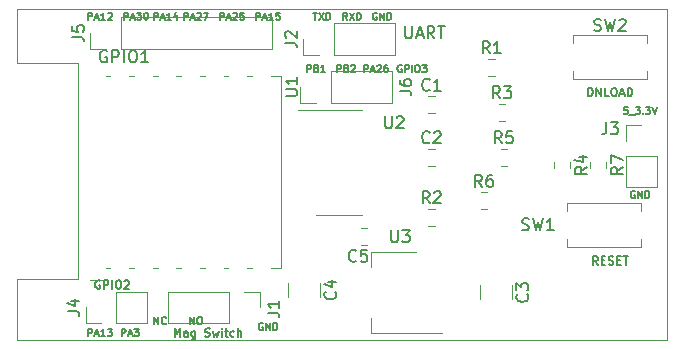
<source format=gbr>
%TF.GenerationSoftware,KiCad,Pcbnew,(5.1.5)-3*%
%TF.CreationDate,2021-02-11T17:51:16-06:00*%
%TF.ProjectId,RTL8720DN multi function board,52544c38-3732-4304-944e-206d756c7469,rev?*%
%TF.SameCoordinates,Original*%
%TF.FileFunction,Legend,Top*%
%TF.FilePolarity,Positive*%
%FSLAX46Y46*%
G04 Gerber Fmt 4.6, Leading zero omitted, Abs format (unit mm)*
G04 Created by KiCad (PCBNEW (5.1.5)-3) date 2021-02-11 17:51:16*
%MOMM*%
%LPD*%
G04 APERTURE LIST*
%ADD10C,0.150000*%
%ADD11C,0.120000*%
G04 APERTURE END LIST*
D10*
X144810285Y-91203428D02*
X144810285Y-90603428D01*
X145038857Y-90603428D01*
X145096000Y-90632000D01*
X145124571Y-90660571D01*
X145153142Y-90717714D01*
X145153142Y-90803428D01*
X145124571Y-90860571D01*
X145096000Y-90889142D01*
X145038857Y-90917714D01*
X144810285Y-90917714D01*
X145381714Y-91032000D02*
X145667428Y-91032000D01*
X145324571Y-91203428D02*
X145524571Y-90603428D01*
X145724571Y-91203428D01*
X145896000Y-90660571D02*
X145924571Y-90632000D01*
X145981714Y-90603428D01*
X146124571Y-90603428D01*
X146181714Y-90632000D01*
X146210285Y-90660571D01*
X146238857Y-90717714D01*
X146238857Y-90774857D01*
X146210285Y-90860571D01*
X145867428Y-91203428D01*
X146238857Y-91203428D01*
X146753142Y-90603428D02*
X146638857Y-90603428D01*
X146581714Y-90632000D01*
X146553142Y-90660571D01*
X146496000Y-90746285D01*
X146467428Y-90860571D01*
X146467428Y-91089142D01*
X146496000Y-91146285D01*
X146524571Y-91174857D01*
X146581714Y-91203428D01*
X146696000Y-91203428D01*
X146753142Y-91174857D01*
X146781714Y-91146285D01*
X146810285Y-91089142D01*
X146810285Y-90946285D01*
X146781714Y-90889142D01*
X146753142Y-90860571D01*
X146696000Y-90832000D01*
X146581714Y-90832000D01*
X146524571Y-90860571D01*
X146496000Y-90889142D01*
X146467428Y-90946285D01*
X142513142Y-91203428D02*
X142513142Y-90603428D01*
X142741714Y-90603428D01*
X142798857Y-90632000D01*
X142827428Y-90660571D01*
X142856000Y-90717714D01*
X142856000Y-90803428D01*
X142827428Y-90860571D01*
X142798857Y-90889142D01*
X142741714Y-90917714D01*
X142513142Y-90917714D01*
X143313142Y-90889142D02*
X143398857Y-90917714D01*
X143427428Y-90946285D01*
X143456000Y-91003428D01*
X143456000Y-91089142D01*
X143427428Y-91146285D01*
X143398857Y-91174857D01*
X143341714Y-91203428D01*
X143113142Y-91203428D01*
X143113142Y-90603428D01*
X143313142Y-90603428D01*
X143370285Y-90632000D01*
X143398857Y-90660571D01*
X143427428Y-90717714D01*
X143427428Y-90774857D01*
X143398857Y-90832000D01*
X143370285Y-90860571D01*
X143313142Y-90889142D01*
X143113142Y-90889142D01*
X143684571Y-90660571D02*
X143713142Y-90632000D01*
X143770285Y-90603428D01*
X143913142Y-90603428D01*
X143970285Y-90632000D01*
X143998857Y-90660571D01*
X144027428Y-90717714D01*
X144027428Y-90774857D01*
X143998857Y-90860571D01*
X143656000Y-91203428D01*
X144027428Y-91203428D01*
X139973142Y-91203428D02*
X139973142Y-90603428D01*
X140201714Y-90603428D01*
X140258857Y-90632000D01*
X140287428Y-90660571D01*
X140316000Y-90717714D01*
X140316000Y-90803428D01*
X140287428Y-90860571D01*
X140258857Y-90889142D01*
X140201714Y-90917714D01*
X139973142Y-90917714D01*
X140773142Y-90889142D02*
X140858857Y-90917714D01*
X140887428Y-90946285D01*
X140916000Y-91003428D01*
X140916000Y-91089142D01*
X140887428Y-91146285D01*
X140858857Y-91174857D01*
X140801714Y-91203428D01*
X140573142Y-91203428D01*
X140573142Y-90603428D01*
X140773142Y-90603428D01*
X140830285Y-90632000D01*
X140858857Y-90660571D01*
X140887428Y-90717714D01*
X140887428Y-90774857D01*
X140858857Y-90832000D01*
X140830285Y-90860571D01*
X140773142Y-90889142D01*
X140573142Y-90889142D01*
X141487428Y-91203428D02*
X141144571Y-91203428D01*
X141316000Y-91203428D02*
X141316000Y-90603428D01*
X141258857Y-90689142D01*
X141201714Y-90746285D01*
X141144571Y-90774857D01*
D11*
X120550000Y-90420000D02*
X120550000Y-108712000D01*
X120550000Y-108712000D02*
X115400000Y-108712000D01*
X115400000Y-90420000D02*
X120550000Y-90420000D01*
X115400000Y-108712000D02*
X115400000Y-113885000D01*
D10*
X124268000Y-113555428D02*
X124268000Y-112955428D01*
X124496571Y-112955428D01*
X124553714Y-112984000D01*
X124582285Y-113012571D01*
X124610857Y-113069714D01*
X124610857Y-113155428D01*
X124582285Y-113212571D01*
X124553714Y-113241142D01*
X124496571Y-113269714D01*
X124268000Y-113269714D01*
X124839428Y-113384000D02*
X125125142Y-113384000D01*
X124782285Y-113555428D02*
X124982285Y-112955428D01*
X125182285Y-113555428D01*
X125325142Y-112955428D02*
X125696571Y-112955428D01*
X125496571Y-113184000D01*
X125582285Y-113184000D01*
X125639428Y-113212571D01*
X125668000Y-113241142D01*
X125696571Y-113298285D01*
X125696571Y-113441142D01*
X125668000Y-113498285D01*
X125639428Y-113526857D01*
X125582285Y-113555428D01*
X125410857Y-113555428D01*
X125353714Y-113526857D01*
X125325142Y-113498285D01*
X121442285Y-113555428D02*
X121442285Y-112955428D01*
X121670857Y-112955428D01*
X121728000Y-112984000D01*
X121756571Y-113012571D01*
X121785142Y-113069714D01*
X121785142Y-113155428D01*
X121756571Y-113212571D01*
X121728000Y-113241142D01*
X121670857Y-113269714D01*
X121442285Y-113269714D01*
X122013714Y-113384000D02*
X122299428Y-113384000D01*
X121956571Y-113555428D02*
X122156571Y-112955428D01*
X122356571Y-113555428D01*
X122870857Y-113555428D02*
X122528000Y-113555428D01*
X122699428Y-113555428D02*
X122699428Y-112955428D01*
X122642285Y-113041142D01*
X122585142Y-113098285D01*
X122528000Y-113126857D01*
X123070857Y-112955428D02*
X123442285Y-112955428D01*
X123242285Y-113184000D01*
X123328000Y-113184000D01*
X123385142Y-113212571D01*
X123413714Y-113241142D01*
X123442285Y-113298285D01*
X123442285Y-113441142D01*
X123413714Y-113498285D01*
X123385142Y-113526857D01*
X123328000Y-113555428D01*
X123156571Y-113555428D01*
X123099428Y-113526857D01*
X123070857Y-113498285D01*
X130070285Y-112539428D02*
X130070285Y-111939428D01*
X130413142Y-112539428D01*
X130413142Y-111939428D01*
X130813142Y-111939428D02*
X130927428Y-111939428D01*
X130984571Y-111968000D01*
X131041714Y-112025142D01*
X131070285Y-112139428D01*
X131070285Y-112339428D01*
X131041714Y-112453714D01*
X130984571Y-112510857D01*
X130927428Y-112539428D01*
X130813142Y-112539428D01*
X130756000Y-112510857D01*
X130698857Y-112453714D01*
X130670285Y-112339428D01*
X130670285Y-112139428D01*
X130698857Y-112025142D01*
X130756000Y-111968000D01*
X130813142Y-111939428D01*
X127036571Y-112539428D02*
X127036571Y-111939428D01*
X127379428Y-112539428D01*
X127379428Y-111939428D01*
X128008000Y-112482285D02*
X127979428Y-112510857D01*
X127893714Y-112539428D01*
X127836571Y-112539428D01*
X127750857Y-112510857D01*
X127693714Y-112453714D01*
X127665142Y-112396571D01*
X127636571Y-112282285D01*
X127636571Y-112196571D01*
X127665142Y-112082285D01*
X127693714Y-112025142D01*
X127750857Y-111968000D01*
X127836571Y-111939428D01*
X127893714Y-111939428D01*
X127979428Y-111968000D01*
X128008000Y-111996571D01*
X136194857Y-112476000D02*
X136137714Y-112447428D01*
X136052000Y-112447428D01*
X135966285Y-112476000D01*
X135909142Y-112533142D01*
X135880571Y-112590285D01*
X135852000Y-112704571D01*
X135852000Y-112790285D01*
X135880571Y-112904571D01*
X135909142Y-112961714D01*
X135966285Y-113018857D01*
X136052000Y-113047428D01*
X136109142Y-113047428D01*
X136194857Y-113018857D01*
X136223428Y-112990285D01*
X136223428Y-112790285D01*
X136109142Y-112790285D01*
X136480571Y-113047428D02*
X136480571Y-112447428D01*
X136823428Y-113047428D01*
X136823428Y-112447428D01*
X137109142Y-113047428D02*
X137109142Y-112447428D01*
X137252000Y-112447428D01*
X137337714Y-112476000D01*
X137394857Y-112533142D01*
X137423428Y-112590285D01*
X137452000Y-112704571D01*
X137452000Y-112790285D01*
X137423428Y-112904571D01*
X137394857Y-112961714D01*
X137337714Y-113018857D01*
X137252000Y-113047428D01*
X137109142Y-113047428D01*
X167090857Y-94159428D02*
X166805142Y-94159428D01*
X166776571Y-94445142D01*
X166805142Y-94416571D01*
X166862285Y-94388000D01*
X167005142Y-94388000D01*
X167062285Y-94416571D01*
X167090857Y-94445142D01*
X167119428Y-94502285D01*
X167119428Y-94645142D01*
X167090857Y-94702285D01*
X167062285Y-94730857D01*
X167005142Y-94759428D01*
X166862285Y-94759428D01*
X166805142Y-94730857D01*
X166776571Y-94702285D01*
X167233714Y-94816571D02*
X167690857Y-94816571D01*
X167776571Y-94159428D02*
X168148000Y-94159428D01*
X167948000Y-94388000D01*
X168033714Y-94388000D01*
X168090857Y-94416571D01*
X168119428Y-94445142D01*
X168148000Y-94502285D01*
X168148000Y-94645142D01*
X168119428Y-94702285D01*
X168090857Y-94730857D01*
X168033714Y-94759428D01*
X167862285Y-94759428D01*
X167805142Y-94730857D01*
X167776571Y-94702285D01*
X168405142Y-94702285D02*
X168433714Y-94730857D01*
X168405142Y-94759428D01*
X168376571Y-94730857D01*
X168405142Y-94702285D01*
X168405142Y-94759428D01*
X168633714Y-94159428D02*
X169005142Y-94159428D01*
X168805142Y-94388000D01*
X168890857Y-94388000D01*
X168948000Y-94416571D01*
X168976571Y-94445142D01*
X169005142Y-94502285D01*
X169005142Y-94645142D01*
X168976571Y-94702285D01*
X168948000Y-94730857D01*
X168890857Y-94759428D01*
X168719428Y-94759428D01*
X168662285Y-94730857D01*
X168633714Y-94702285D01*
X169176571Y-94159428D02*
X169376571Y-94759428D01*
X169576571Y-94159428D01*
X167690857Y-101300000D02*
X167633714Y-101271428D01*
X167548000Y-101271428D01*
X167462285Y-101300000D01*
X167405142Y-101357142D01*
X167376571Y-101414285D01*
X167348000Y-101528571D01*
X167348000Y-101614285D01*
X167376571Y-101728571D01*
X167405142Y-101785714D01*
X167462285Y-101842857D01*
X167548000Y-101871428D01*
X167605142Y-101871428D01*
X167690857Y-101842857D01*
X167719428Y-101814285D01*
X167719428Y-101614285D01*
X167605142Y-101614285D01*
X167976571Y-101871428D02*
X167976571Y-101271428D01*
X168319428Y-101871428D01*
X168319428Y-101271428D01*
X168605142Y-101871428D02*
X168605142Y-101271428D01*
X168748000Y-101271428D01*
X168833714Y-101300000D01*
X168890857Y-101357142D01*
X168919428Y-101414285D01*
X168948000Y-101528571D01*
X168948000Y-101614285D01*
X168919428Y-101728571D01*
X168890857Y-101785714D01*
X168833714Y-101842857D01*
X168748000Y-101871428D01*
X168605142Y-101871428D01*
X145846857Y-86200000D02*
X145789714Y-86171428D01*
X145704000Y-86171428D01*
X145618285Y-86200000D01*
X145561142Y-86257142D01*
X145532571Y-86314285D01*
X145504000Y-86428571D01*
X145504000Y-86514285D01*
X145532571Y-86628571D01*
X145561142Y-86685714D01*
X145618285Y-86742857D01*
X145704000Y-86771428D01*
X145761142Y-86771428D01*
X145846857Y-86742857D01*
X145875428Y-86714285D01*
X145875428Y-86514285D01*
X145761142Y-86514285D01*
X146132571Y-86771428D02*
X146132571Y-86171428D01*
X146475428Y-86771428D01*
X146475428Y-86171428D01*
X146761142Y-86771428D02*
X146761142Y-86171428D01*
X146904000Y-86171428D01*
X146989714Y-86200000D01*
X147046857Y-86257142D01*
X147075428Y-86314285D01*
X147104000Y-86428571D01*
X147104000Y-86514285D01*
X147075428Y-86628571D01*
X147046857Y-86685714D01*
X146989714Y-86742857D01*
X146904000Y-86771428D01*
X146761142Y-86771428D01*
X143364000Y-86771428D02*
X143164000Y-86485714D01*
X143021142Y-86771428D02*
X143021142Y-86171428D01*
X143249714Y-86171428D01*
X143306857Y-86200000D01*
X143335428Y-86228571D01*
X143364000Y-86285714D01*
X143364000Y-86371428D01*
X143335428Y-86428571D01*
X143306857Y-86457142D01*
X143249714Y-86485714D01*
X143021142Y-86485714D01*
X143564000Y-86171428D02*
X143964000Y-86771428D01*
X143964000Y-86171428D02*
X143564000Y-86771428D01*
X144192571Y-86771428D02*
X144192571Y-86171428D01*
X144335428Y-86171428D01*
X144421142Y-86200000D01*
X144478285Y-86257142D01*
X144506857Y-86314285D01*
X144535428Y-86428571D01*
X144535428Y-86514285D01*
X144506857Y-86628571D01*
X144478285Y-86685714D01*
X144421142Y-86742857D01*
X144335428Y-86771428D01*
X144192571Y-86771428D01*
X140466857Y-86171428D02*
X140809714Y-86171428D01*
X140638285Y-86771428D02*
X140638285Y-86171428D01*
X140952571Y-86171428D02*
X141352571Y-86771428D01*
X141352571Y-86171428D02*
X140952571Y-86771428D01*
X141581142Y-86771428D02*
X141581142Y-86171428D01*
X141724000Y-86171428D01*
X141809714Y-86200000D01*
X141866857Y-86257142D01*
X141895428Y-86314285D01*
X141924000Y-86428571D01*
X141924000Y-86514285D01*
X141895428Y-86628571D01*
X141866857Y-86685714D01*
X141809714Y-86742857D01*
X141724000Y-86771428D01*
X141581142Y-86771428D01*
X135666285Y-86771428D02*
X135666285Y-86171428D01*
X135894857Y-86171428D01*
X135952000Y-86200000D01*
X135980571Y-86228571D01*
X136009142Y-86285714D01*
X136009142Y-86371428D01*
X135980571Y-86428571D01*
X135952000Y-86457142D01*
X135894857Y-86485714D01*
X135666285Y-86485714D01*
X136237714Y-86600000D02*
X136523428Y-86600000D01*
X136180571Y-86771428D02*
X136380571Y-86171428D01*
X136580571Y-86771428D01*
X137094857Y-86771428D02*
X136752000Y-86771428D01*
X136923428Y-86771428D02*
X136923428Y-86171428D01*
X136866285Y-86257142D01*
X136809142Y-86314285D01*
X136752000Y-86342857D01*
X137637714Y-86171428D02*
X137352000Y-86171428D01*
X137323428Y-86457142D01*
X137352000Y-86428571D01*
X137409142Y-86400000D01*
X137552000Y-86400000D01*
X137609142Y-86428571D01*
X137637714Y-86457142D01*
X137666285Y-86514285D01*
X137666285Y-86657142D01*
X137637714Y-86714285D01*
X137609142Y-86742857D01*
X137552000Y-86771428D01*
X137409142Y-86771428D01*
X137352000Y-86742857D01*
X137323428Y-86714285D01*
X132618285Y-86771428D02*
X132618285Y-86171428D01*
X132846857Y-86171428D01*
X132904000Y-86200000D01*
X132932571Y-86228571D01*
X132961142Y-86285714D01*
X132961142Y-86371428D01*
X132932571Y-86428571D01*
X132904000Y-86457142D01*
X132846857Y-86485714D01*
X132618285Y-86485714D01*
X133189714Y-86600000D02*
X133475428Y-86600000D01*
X133132571Y-86771428D02*
X133332571Y-86171428D01*
X133532571Y-86771428D01*
X133704000Y-86228571D02*
X133732571Y-86200000D01*
X133789714Y-86171428D01*
X133932571Y-86171428D01*
X133989714Y-86200000D01*
X134018285Y-86228571D01*
X134046857Y-86285714D01*
X134046857Y-86342857D01*
X134018285Y-86428571D01*
X133675428Y-86771428D01*
X134046857Y-86771428D01*
X134589714Y-86171428D02*
X134304000Y-86171428D01*
X134275428Y-86457142D01*
X134304000Y-86428571D01*
X134361142Y-86400000D01*
X134504000Y-86400000D01*
X134561142Y-86428571D01*
X134589714Y-86457142D01*
X134618285Y-86514285D01*
X134618285Y-86657142D01*
X134589714Y-86714285D01*
X134561142Y-86742857D01*
X134504000Y-86771428D01*
X134361142Y-86771428D01*
X134304000Y-86742857D01*
X134275428Y-86714285D01*
X129570285Y-86771428D02*
X129570285Y-86171428D01*
X129798857Y-86171428D01*
X129856000Y-86200000D01*
X129884571Y-86228571D01*
X129913142Y-86285714D01*
X129913142Y-86371428D01*
X129884571Y-86428571D01*
X129856000Y-86457142D01*
X129798857Y-86485714D01*
X129570285Y-86485714D01*
X130141714Y-86600000D02*
X130427428Y-86600000D01*
X130084571Y-86771428D02*
X130284571Y-86171428D01*
X130484571Y-86771428D01*
X130656000Y-86228571D02*
X130684571Y-86200000D01*
X130741714Y-86171428D01*
X130884571Y-86171428D01*
X130941714Y-86200000D01*
X130970285Y-86228571D01*
X130998857Y-86285714D01*
X130998857Y-86342857D01*
X130970285Y-86428571D01*
X130627428Y-86771428D01*
X130998857Y-86771428D01*
X131198857Y-86171428D02*
X131598857Y-86171428D01*
X131341714Y-86771428D01*
X127030285Y-86771428D02*
X127030285Y-86171428D01*
X127258857Y-86171428D01*
X127316000Y-86200000D01*
X127344571Y-86228571D01*
X127373142Y-86285714D01*
X127373142Y-86371428D01*
X127344571Y-86428571D01*
X127316000Y-86457142D01*
X127258857Y-86485714D01*
X127030285Y-86485714D01*
X127601714Y-86600000D02*
X127887428Y-86600000D01*
X127544571Y-86771428D02*
X127744571Y-86171428D01*
X127944571Y-86771428D01*
X128458857Y-86771428D02*
X128116000Y-86771428D01*
X128287428Y-86771428D02*
X128287428Y-86171428D01*
X128230285Y-86257142D01*
X128173142Y-86314285D01*
X128116000Y-86342857D01*
X128973142Y-86371428D02*
X128973142Y-86771428D01*
X128830285Y-86142857D02*
X128687428Y-86571428D01*
X129058857Y-86571428D01*
X124490285Y-86771428D02*
X124490285Y-86171428D01*
X124718857Y-86171428D01*
X124776000Y-86200000D01*
X124804571Y-86228571D01*
X124833142Y-86285714D01*
X124833142Y-86371428D01*
X124804571Y-86428571D01*
X124776000Y-86457142D01*
X124718857Y-86485714D01*
X124490285Y-86485714D01*
X125061714Y-86600000D02*
X125347428Y-86600000D01*
X125004571Y-86771428D02*
X125204571Y-86171428D01*
X125404571Y-86771428D01*
X125547428Y-86171428D02*
X125918857Y-86171428D01*
X125718857Y-86400000D01*
X125804571Y-86400000D01*
X125861714Y-86428571D01*
X125890285Y-86457142D01*
X125918857Y-86514285D01*
X125918857Y-86657142D01*
X125890285Y-86714285D01*
X125861714Y-86742857D01*
X125804571Y-86771428D01*
X125633142Y-86771428D01*
X125576000Y-86742857D01*
X125547428Y-86714285D01*
X126290285Y-86171428D02*
X126347428Y-86171428D01*
X126404571Y-86200000D01*
X126433142Y-86228571D01*
X126461714Y-86285714D01*
X126490285Y-86400000D01*
X126490285Y-86542857D01*
X126461714Y-86657142D01*
X126433142Y-86714285D01*
X126404571Y-86742857D01*
X126347428Y-86771428D01*
X126290285Y-86771428D01*
X126233142Y-86742857D01*
X126204571Y-86714285D01*
X126176000Y-86657142D01*
X126147428Y-86542857D01*
X126147428Y-86400000D01*
X126176000Y-86285714D01*
X126204571Y-86228571D01*
X126233142Y-86200000D01*
X126290285Y-86171428D01*
X121442285Y-86771428D02*
X121442285Y-86171428D01*
X121670857Y-86171428D01*
X121728000Y-86200000D01*
X121756571Y-86228571D01*
X121785142Y-86285714D01*
X121785142Y-86371428D01*
X121756571Y-86428571D01*
X121728000Y-86457142D01*
X121670857Y-86485714D01*
X121442285Y-86485714D01*
X122013714Y-86600000D02*
X122299428Y-86600000D01*
X121956571Y-86771428D02*
X122156571Y-86171428D01*
X122356571Y-86771428D01*
X122870857Y-86771428D02*
X122528000Y-86771428D01*
X122699428Y-86771428D02*
X122699428Y-86171428D01*
X122642285Y-86257142D01*
X122585142Y-86314285D01*
X122528000Y-86342857D01*
X123099428Y-86228571D02*
X123128000Y-86200000D01*
X123185142Y-86171428D01*
X123328000Y-86171428D01*
X123385142Y-86200000D01*
X123413714Y-86228571D01*
X123442285Y-86285714D01*
X123442285Y-86342857D01*
X123413714Y-86428571D01*
X123070857Y-86771428D01*
X123442285Y-86771428D01*
D11*
X170400000Y-113885000D02*
X170400000Y-85885000D01*
X115400000Y-113885000D02*
X170400000Y-113885000D01*
X115400000Y-85885000D02*
X115400000Y-90420000D01*
X170400000Y-85885000D02*
X115400000Y-85885000D01*
X139386000Y-93786000D02*
X139386000Y-92456000D01*
X140716000Y-93786000D02*
X139386000Y-93786000D01*
X141986000Y-93786000D02*
X141986000Y-91126000D01*
X141986000Y-91126000D02*
X147126000Y-91126000D01*
X141986000Y-93786000D02*
X147126000Y-93786000D01*
X147126000Y-93786000D02*
X147126000Y-91126000D01*
X162508000Y-91766000D02*
X168708000Y-91766000D01*
X168708000Y-88066000D02*
X162508000Y-88066000D01*
X162508000Y-88066000D02*
X162508000Y-88716000D01*
X162508000Y-91116000D02*
X162508000Y-91766000D01*
X168708000Y-91766000D02*
X168708000Y-91116000D01*
X168708000Y-88066000D02*
X168708000Y-88716000D01*
X168200000Y-102290000D02*
X162000000Y-102290000D01*
X162000000Y-105990000D02*
X168200000Y-105990000D01*
X168200000Y-105990000D02*
X168200000Y-105340000D01*
X168200000Y-102940000D02*
X168200000Y-102290000D01*
X162000000Y-102290000D02*
X162000000Y-102940000D01*
X162000000Y-105990000D02*
X162000000Y-105340000D01*
X145041252Y-104446000D02*
X144518748Y-104446000D01*
X145041252Y-105866000D02*
X144518748Y-105866000D01*
X160834000Y-98798748D02*
X160834000Y-99321252D01*
X162254000Y-98798748D02*
X162254000Y-99321252D01*
X151420000Y-113265000D02*
X145410000Y-113265000D01*
X149170000Y-106445000D02*
X145410000Y-106445000D01*
X145410000Y-113265000D02*
X145410000Y-112005000D01*
X145410000Y-106445000D02*
X145410000Y-107705000D01*
X136900000Y-91575000D02*
X137720000Y-91575000D01*
X137720000Y-91575000D02*
X137720000Y-107815000D01*
X137720000Y-107815000D02*
X136900000Y-107815000D01*
X121600000Y-108845000D02*
X122600000Y-108845000D01*
X135300000Y-107815000D02*
X134900000Y-107815000D01*
X135300000Y-91575000D02*
X134900000Y-91575000D01*
X133300000Y-107815000D02*
X132900000Y-107815000D01*
X133300000Y-91575000D02*
X132900000Y-91575000D01*
X131300000Y-107815000D02*
X130900000Y-107815000D01*
X131300000Y-91575000D02*
X130900000Y-91575000D01*
X129300000Y-107815000D02*
X128900000Y-107815000D01*
X129300000Y-91575000D02*
X128900000Y-91575000D01*
X127300000Y-107815000D02*
X126900000Y-107815000D01*
X127300000Y-91575000D02*
X126900000Y-91575000D01*
X125300000Y-107815000D02*
X124900000Y-107815000D01*
X125300000Y-91575000D02*
X124900000Y-91575000D01*
X123300000Y-107815000D02*
X122900000Y-107815000D01*
X123300000Y-91575000D02*
X122900000Y-91575000D01*
X121606000Y-89214000D02*
X121606000Y-87884000D01*
X122936000Y-89214000D02*
X121606000Y-89214000D01*
X124206000Y-89214000D02*
X124206000Y-86554000D01*
X124206000Y-86554000D02*
X136966000Y-86554000D01*
X124206000Y-89214000D02*
X136966000Y-89214000D01*
X136966000Y-89214000D02*
X136966000Y-86554000D01*
X121225000Y-112455000D02*
X121225000Y-111125000D01*
X122555000Y-112455000D02*
X121225000Y-112455000D01*
X123825000Y-112455000D02*
X123825000Y-109795000D01*
X123825000Y-109795000D02*
X126425000Y-109795000D01*
X123825000Y-112455000D02*
X126425000Y-112455000D01*
X126425000Y-112455000D02*
X126425000Y-109795000D01*
X163882000Y-98807748D02*
X163882000Y-99330252D01*
X165302000Y-98807748D02*
X165302000Y-99330252D01*
X166945000Y-95698000D02*
X168275000Y-95698000D01*
X166945000Y-97028000D02*
X166945000Y-95698000D01*
X166945000Y-98298000D02*
X169605000Y-98298000D01*
X169605000Y-98298000D02*
X169605000Y-100898000D01*
X166945000Y-98298000D02*
X166945000Y-100898000D01*
X166945000Y-100898000D02*
X169605000Y-100898000D01*
X139640000Y-89722000D02*
X139640000Y-88392000D01*
X140970000Y-89722000D02*
X139640000Y-89722000D01*
X142240000Y-89722000D02*
X142240000Y-87062000D01*
X142240000Y-87062000D02*
X147380000Y-87062000D01*
X142240000Y-89722000D02*
X147380000Y-89722000D01*
X147380000Y-89722000D02*
X147380000Y-87062000D01*
X138340000Y-109035436D02*
X138340000Y-110239564D01*
X141060000Y-109035436D02*
X141060000Y-110239564D01*
X154596000Y-109252936D02*
X154596000Y-110457064D01*
X157316000Y-109252936D02*
X157316000Y-110457064D01*
X155313748Y-91515000D02*
X155836252Y-91515000D01*
X155313748Y-90095000D02*
X155836252Y-90095000D01*
X135950000Y-109795000D02*
X135950000Y-111125000D01*
X134620000Y-109795000D02*
X135950000Y-109795000D01*
X133350000Y-109795000D02*
X133350000Y-112455000D01*
X133350000Y-112455000D02*
X128210000Y-112455000D01*
X133350000Y-109795000D02*
X128210000Y-109795000D01*
X128210000Y-109795000D02*
X128210000Y-112455000D01*
X142625000Y-94445000D02*
X139175000Y-94445000D01*
X142625000Y-94445000D02*
X144575000Y-94445000D01*
X142625000Y-103315000D02*
X140675000Y-103315000D01*
X142625000Y-103315000D02*
X144575000Y-103315000D01*
X154669748Y-102818000D02*
X155192252Y-102818000D01*
X154669748Y-101398000D02*
X155192252Y-101398000D01*
X156338748Y-99135000D02*
X156861252Y-99135000D01*
X156338748Y-97715000D02*
X156861252Y-97715000D01*
X150233748Y-104215000D02*
X150756252Y-104215000D01*
X150233748Y-102795000D02*
X150756252Y-102795000D01*
X156193748Y-95325000D02*
X156716252Y-95325000D01*
X156193748Y-93905000D02*
X156716252Y-93905000D01*
X150233748Y-99135000D02*
X150756252Y-99135000D01*
X150233748Y-97715000D02*
X150756252Y-97715000D01*
X150233748Y-94690000D02*
X150756252Y-94690000D01*
X150233748Y-93270000D02*
X150756252Y-93270000D01*
D10*
X147788380Y-92789333D02*
X148502666Y-92789333D01*
X148645523Y-92836952D01*
X148740761Y-92932190D01*
X148788380Y-93075047D01*
X148788380Y-93170285D01*
X147788380Y-91884571D02*
X147788380Y-92075047D01*
X147836000Y-92170285D01*
X147883619Y-92217904D01*
X148026476Y-92313142D01*
X148216952Y-92360761D01*
X148597904Y-92360761D01*
X148693142Y-92313142D01*
X148740761Y-92265523D01*
X148788380Y-92170285D01*
X148788380Y-91979809D01*
X148740761Y-91884571D01*
X148693142Y-91836952D01*
X148597904Y-91789333D01*
X148359809Y-91789333D01*
X148264571Y-91836952D01*
X148216952Y-91884571D01*
X148169333Y-91979809D01*
X148169333Y-92170285D01*
X148216952Y-92265523D01*
X148264571Y-92313142D01*
X148359809Y-92360761D01*
X147958285Y-90632000D02*
X147901142Y-90603428D01*
X147815428Y-90603428D01*
X147729714Y-90632000D01*
X147672571Y-90689142D01*
X147644000Y-90746285D01*
X147615428Y-90860571D01*
X147615428Y-90946285D01*
X147644000Y-91060571D01*
X147672571Y-91117714D01*
X147729714Y-91174857D01*
X147815428Y-91203428D01*
X147872571Y-91203428D01*
X147958285Y-91174857D01*
X147986857Y-91146285D01*
X147986857Y-90946285D01*
X147872571Y-90946285D01*
X148244000Y-91203428D02*
X148244000Y-90603428D01*
X148472571Y-90603428D01*
X148529714Y-90632000D01*
X148558285Y-90660571D01*
X148586857Y-90717714D01*
X148586857Y-90803428D01*
X148558285Y-90860571D01*
X148529714Y-90889142D01*
X148472571Y-90917714D01*
X148244000Y-90917714D01*
X148844000Y-91203428D02*
X148844000Y-90603428D01*
X149244000Y-90603428D02*
X149358285Y-90603428D01*
X149415428Y-90632000D01*
X149472571Y-90689142D01*
X149501142Y-90803428D01*
X149501142Y-91003428D01*
X149472571Y-91117714D01*
X149415428Y-91174857D01*
X149358285Y-91203428D01*
X149244000Y-91203428D01*
X149186857Y-91174857D01*
X149129714Y-91117714D01*
X149101142Y-91003428D01*
X149101142Y-90803428D01*
X149129714Y-90689142D01*
X149186857Y-90632000D01*
X149244000Y-90603428D01*
X149701142Y-90603428D02*
X150072571Y-90603428D01*
X149872571Y-90832000D01*
X149958285Y-90832000D01*
X150015428Y-90860571D01*
X150044000Y-90889142D01*
X150072571Y-90946285D01*
X150072571Y-91089142D01*
X150044000Y-91146285D01*
X150015428Y-91174857D01*
X149958285Y-91203428D01*
X149786857Y-91203428D01*
X149729714Y-91174857D01*
X149701142Y-91146285D01*
X164274666Y-87670761D02*
X164417523Y-87718380D01*
X164655619Y-87718380D01*
X164750857Y-87670761D01*
X164798476Y-87623142D01*
X164846095Y-87527904D01*
X164846095Y-87432666D01*
X164798476Y-87337428D01*
X164750857Y-87289809D01*
X164655619Y-87242190D01*
X164465142Y-87194571D01*
X164369904Y-87146952D01*
X164322285Y-87099333D01*
X164274666Y-87004095D01*
X164274666Y-86908857D01*
X164322285Y-86813619D01*
X164369904Y-86766000D01*
X164465142Y-86718380D01*
X164703238Y-86718380D01*
X164846095Y-86766000D01*
X165179428Y-86718380D02*
X165417523Y-87718380D01*
X165608000Y-87004095D01*
X165798476Y-87718380D01*
X166036571Y-86718380D01*
X166369904Y-86813619D02*
X166417523Y-86766000D01*
X166512761Y-86718380D01*
X166750857Y-86718380D01*
X166846095Y-86766000D01*
X166893714Y-86813619D01*
X166941333Y-86908857D01*
X166941333Y-87004095D01*
X166893714Y-87146952D01*
X166322285Y-87718380D01*
X166941333Y-87718380D01*
X163758000Y-93232666D02*
X163758000Y-92532666D01*
X163924666Y-92532666D01*
X164024666Y-92566000D01*
X164091333Y-92632666D01*
X164124666Y-92699333D01*
X164158000Y-92832666D01*
X164158000Y-92932666D01*
X164124666Y-93066000D01*
X164091333Y-93132666D01*
X164024666Y-93199333D01*
X163924666Y-93232666D01*
X163758000Y-93232666D01*
X164458000Y-93232666D02*
X164458000Y-92532666D01*
X164858000Y-93232666D01*
X164858000Y-92532666D01*
X165524666Y-93232666D02*
X165191333Y-93232666D01*
X165191333Y-92532666D01*
X165891333Y-92532666D02*
X166024666Y-92532666D01*
X166091333Y-92566000D01*
X166158000Y-92632666D01*
X166191333Y-92766000D01*
X166191333Y-92999333D01*
X166158000Y-93132666D01*
X166091333Y-93199333D01*
X166024666Y-93232666D01*
X165891333Y-93232666D01*
X165824666Y-93199333D01*
X165758000Y-93132666D01*
X165724666Y-92999333D01*
X165724666Y-92766000D01*
X165758000Y-92632666D01*
X165824666Y-92566000D01*
X165891333Y-92532666D01*
X166458000Y-93032666D02*
X166791333Y-93032666D01*
X166391333Y-93232666D02*
X166624666Y-92532666D01*
X166858000Y-93232666D01*
X167091333Y-93232666D02*
X167091333Y-92532666D01*
X167258000Y-92532666D01*
X167358000Y-92566000D01*
X167424666Y-92632666D01*
X167458000Y-92699333D01*
X167491333Y-92832666D01*
X167491333Y-92932666D01*
X167458000Y-93066000D01*
X167424666Y-93132666D01*
X167358000Y-93199333D01*
X167258000Y-93232666D01*
X167091333Y-93232666D01*
X158178666Y-104544761D02*
X158321523Y-104592380D01*
X158559619Y-104592380D01*
X158654857Y-104544761D01*
X158702476Y-104497142D01*
X158750095Y-104401904D01*
X158750095Y-104306666D01*
X158702476Y-104211428D01*
X158654857Y-104163809D01*
X158559619Y-104116190D01*
X158369142Y-104068571D01*
X158273904Y-104020952D01*
X158226285Y-103973333D01*
X158178666Y-103878095D01*
X158178666Y-103782857D01*
X158226285Y-103687619D01*
X158273904Y-103640000D01*
X158369142Y-103592380D01*
X158607238Y-103592380D01*
X158750095Y-103640000D01*
X159083428Y-103592380D02*
X159321523Y-104592380D01*
X159512000Y-103878095D01*
X159702476Y-104592380D01*
X159940571Y-103592380D01*
X160845333Y-104592380D02*
X160273904Y-104592380D01*
X160559619Y-104592380D02*
X160559619Y-103592380D01*
X160464380Y-103735238D01*
X160369142Y-103830476D01*
X160273904Y-103878095D01*
X164591333Y-107504666D02*
X164358000Y-107171333D01*
X164191333Y-107504666D02*
X164191333Y-106804666D01*
X164458000Y-106804666D01*
X164524666Y-106838000D01*
X164558000Y-106871333D01*
X164591333Y-106938000D01*
X164591333Y-107038000D01*
X164558000Y-107104666D01*
X164524666Y-107138000D01*
X164458000Y-107171333D01*
X164191333Y-107171333D01*
X164891333Y-107138000D02*
X165124666Y-107138000D01*
X165224666Y-107504666D02*
X164891333Y-107504666D01*
X164891333Y-106804666D01*
X165224666Y-106804666D01*
X165491333Y-107471333D02*
X165591333Y-107504666D01*
X165758000Y-107504666D01*
X165824666Y-107471333D01*
X165858000Y-107438000D01*
X165891333Y-107371333D01*
X165891333Y-107304666D01*
X165858000Y-107238000D01*
X165824666Y-107204666D01*
X165758000Y-107171333D01*
X165624666Y-107138000D01*
X165558000Y-107104666D01*
X165524666Y-107071333D01*
X165491333Y-107004666D01*
X165491333Y-106938000D01*
X165524666Y-106871333D01*
X165558000Y-106838000D01*
X165624666Y-106804666D01*
X165791333Y-106804666D01*
X165891333Y-106838000D01*
X166191333Y-107138000D02*
X166424666Y-107138000D01*
X166524666Y-107504666D02*
X166191333Y-107504666D01*
X166191333Y-106804666D01*
X166524666Y-106804666D01*
X166724666Y-106804666D02*
X167124666Y-106804666D01*
X166924666Y-107504666D02*
X166924666Y-106804666D01*
X144105333Y-107163142D02*
X144057714Y-107210761D01*
X143914857Y-107258380D01*
X143819619Y-107258380D01*
X143676761Y-107210761D01*
X143581523Y-107115523D01*
X143533904Y-107020285D01*
X143486285Y-106829809D01*
X143486285Y-106686952D01*
X143533904Y-106496476D01*
X143581523Y-106401238D01*
X143676761Y-106306000D01*
X143819619Y-106258380D01*
X143914857Y-106258380D01*
X144057714Y-106306000D01*
X144105333Y-106353619D01*
X145010095Y-106258380D02*
X144533904Y-106258380D01*
X144486285Y-106734571D01*
X144533904Y-106686952D01*
X144629142Y-106639333D01*
X144867238Y-106639333D01*
X144962476Y-106686952D01*
X145010095Y-106734571D01*
X145057714Y-106829809D01*
X145057714Y-107067904D01*
X145010095Y-107163142D01*
X144962476Y-107210761D01*
X144867238Y-107258380D01*
X144629142Y-107258380D01*
X144533904Y-107210761D01*
X144486285Y-107163142D01*
X163646380Y-99226666D02*
X163170190Y-99560000D01*
X163646380Y-99798095D02*
X162646380Y-99798095D01*
X162646380Y-99417142D01*
X162694000Y-99321904D01*
X162741619Y-99274285D01*
X162836857Y-99226666D01*
X162979714Y-99226666D01*
X163074952Y-99274285D01*
X163122571Y-99321904D01*
X163170190Y-99417142D01*
X163170190Y-99798095D01*
X162979714Y-98369523D02*
X163646380Y-98369523D01*
X162598761Y-98607619D02*
X163313047Y-98845714D01*
X163313047Y-98226666D01*
X147066095Y-104608380D02*
X147066095Y-105417904D01*
X147113714Y-105513142D01*
X147161333Y-105560761D01*
X147256571Y-105608380D01*
X147447047Y-105608380D01*
X147542285Y-105560761D01*
X147589904Y-105513142D01*
X147637523Y-105417904D01*
X147637523Y-104608380D01*
X148018476Y-104608380D02*
X148637523Y-104608380D01*
X148304190Y-104989333D01*
X148447047Y-104989333D01*
X148542285Y-105036952D01*
X148589904Y-105084571D01*
X148637523Y-105179809D01*
X148637523Y-105417904D01*
X148589904Y-105513142D01*
X148542285Y-105560761D01*
X148447047Y-105608380D01*
X148161333Y-105608380D01*
X148066095Y-105560761D01*
X148018476Y-105513142D01*
X138136380Y-93217904D02*
X138945904Y-93217904D01*
X139041142Y-93170285D01*
X139088761Y-93122666D01*
X139136380Y-93027428D01*
X139136380Y-92836952D01*
X139088761Y-92741714D01*
X139041142Y-92694095D01*
X138945904Y-92646476D01*
X138136380Y-92646476D01*
X139136380Y-91646476D02*
X139136380Y-92217904D01*
X139136380Y-91932190D02*
X138136380Y-91932190D01*
X138279238Y-92027428D01*
X138374476Y-92122666D01*
X138422095Y-92217904D01*
X120058380Y-88217333D02*
X120772666Y-88217333D01*
X120915523Y-88264952D01*
X121010761Y-88360190D01*
X121058380Y-88503047D01*
X121058380Y-88598285D01*
X120058380Y-87264952D02*
X120058380Y-87741142D01*
X120534571Y-87788761D01*
X120486952Y-87741142D01*
X120439333Y-87645904D01*
X120439333Y-87407809D01*
X120486952Y-87312571D01*
X120534571Y-87264952D01*
X120629809Y-87217333D01*
X120867904Y-87217333D01*
X120963142Y-87264952D01*
X121010761Y-87312571D01*
X121058380Y-87407809D01*
X121058380Y-87645904D01*
X121010761Y-87741142D01*
X120963142Y-87788761D01*
X122983809Y-89416000D02*
X122888571Y-89368380D01*
X122745714Y-89368380D01*
X122602857Y-89416000D01*
X122507619Y-89511238D01*
X122460000Y-89606476D01*
X122412380Y-89796952D01*
X122412380Y-89939809D01*
X122460000Y-90130285D01*
X122507619Y-90225523D01*
X122602857Y-90320761D01*
X122745714Y-90368380D01*
X122840952Y-90368380D01*
X122983809Y-90320761D01*
X123031428Y-90273142D01*
X123031428Y-89939809D01*
X122840952Y-89939809D01*
X123460000Y-90368380D02*
X123460000Y-89368380D01*
X123840952Y-89368380D01*
X123936190Y-89416000D01*
X123983809Y-89463619D01*
X124031428Y-89558857D01*
X124031428Y-89701714D01*
X123983809Y-89796952D01*
X123936190Y-89844571D01*
X123840952Y-89892190D01*
X123460000Y-89892190D01*
X124460000Y-90368380D02*
X124460000Y-89368380D01*
X125126666Y-89368380D02*
X125317142Y-89368380D01*
X125412380Y-89416000D01*
X125507619Y-89511238D01*
X125555238Y-89701714D01*
X125555238Y-90035047D01*
X125507619Y-90225523D01*
X125412380Y-90320761D01*
X125317142Y-90368380D01*
X125126666Y-90368380D01*
X125031428Y-90320761D01*
X124936190Y-90225523D01*
X124888571Y-90035047D01*
X124888571Y-89701714D01*
X124936190Y-89511238D01*
X125031428Y-89416000D01*
X125126666Y-89368380D01*
X126507619Y-90368380D02*
X125936190Y-90368380D01*
X126221904Y-90368380D02*
X126221904Y-89368380D01*
X126126666Y-89511238D01*
X126031428Y-89606476D01*
X125936190Y-89654095D01*
X119677380Y-111458333D02*
X120391666Y-111458333D01*
X120534523Y-111505952D01*
X120629761Y-111601190D01*
X120677380Y-111744047D01*
X120677380Y-111839285D01*
X120010714Y-110553571D02*
X120677380Y-110553571D01*
X119629761Y-110791666D02*
X120344047Y-111029761D01*
X120344047Y-110410714D01*
X122410666Y-108870000D02*
X122344000Y-108836666D01*
X122244000Y-108836666D01*
X122144000Y-108870000D01*
X122077333Y-108936666D01*
X122044000Y-109003333D01*
X122010666Y-109136666D01*
X122010666Y-109236666D01*
X122044000Y-109370000D01*
X122077333Y-109436666D01*
X122144000Y-109503333D01*
X122244000Y-109536666D01*
X122310666Y-109536666D01*
X122410666Y-109503333D01*
X122444000Y-109470000D01*
X122444000Y-109236666D01*
X122310666Y-109236666D01*
X122744000Y-109536666D02*
X122744000Y-108836666D01*
X123010666Y-108836666D01*
X123077333Y-108870000D01*
X123110666Y-108903333D01*
X123144000Y-108970000D01*
X123144000Y-109070000D01*
X123110666Y-109136666D01*
X123077333Y-109170000D01*
X123010666Y-109203333D01*
X122744000Y-109203333D01*
X123444000Y-109536666D02*
X123444000Y-108836666D01*
X123910666Y-108836666D02*
X124044000Y-108836666D01*
X124110666Y-108870000D01*
X124177333Y-108936666D01*
X124210666Y-109070000D01*
X124210666Y-109303333D01*
X124177333Y-109436666D01*
X124110666Y-109503333D01*
X124044000Y-109536666D01*
X123910666Y-109536666D01*
X123844000Y-109503333D01*
X123777333Y-109436666D01*
X123744000Y-109303333D01*
X123744000Y-109070000D01*
X123777333Y-108936666D01*
X123844000Y-108870000D01*
X123910666Y-108836666D01*
X124477333Y-108903333D02*
X124510666Y-108870000D01*
X124577333Y-108836666D01*
X124744000Y-108836666D01*
X124810666Y-108870000D01*
X124844000Y-108903333D01*
X124877333Y-108970000D01*
X124877333Y-109036666D01*
X124844000Y-109136666D01*
X124444000Y-109536666D01*
X124877333Y-109536666D01*
X166694380Y-99235666D02*
X166218190Y-99569000D01*
X166694380Y-99807095D02*
X165694380Y-99807095D01*
X165694380Y-99426142D01*
X165742000Y-99330904D01*
X165789619Y-99283285D01*
X165884857Y-99235666D01*
X166027714Y-99235666D01*
X166122952Y-99283285D01*
X166170571Y-99330904D01*
X166218190Y-99426142D01*
X166218190Y-99807095D01*
X165694380Y-98902333D02*
X165694380Y-98235666D01*
X166694380Y-98664238D01*
X165274666Y-95464380D02*
X165274666Y-96178666D01*
X165227047Y-96321523D01*
X165131809Y-96416761D01*
X164988952Y-96464380D01*
X164893714Y-96464380D01*
X165655619Y-95464380D02*
X166274666Y-95464380D01*
X165941333Y-95845333D01*
X166084190Y-95845333D01*
X166179428Y-95892952D01*
X166227047Y-95940571D01*
X166274666Y-96035809D01*
X166274666Y-96273904D01*
X166227047Y-96369142D01*
X166179428Y-96416761D01*
X166084190Y-96464380D01*
X165798476Y-96464380D01*
X165703238Y-96416761D01*
X165655619Y-96369142D01*
X138092380Y-88725333D02*
X138806666Y-88725333D01*
X138949523Y-88772952D01*
X139044761Y-88868190D01*
X139092380Y-89011047D01*
X139092380Y-89106285D01*
X138187619Y-88296761D02*
X138140000Y-88249142D01*
X138092380Y-88153904D01*
X138092380Y-87915809D01*
X138140000Y-87820571D01*
X138187619Y-87772952D01*
X138282857Y-87725333D01*
X138378095Y-87725333D01*
X138520952Y-87772952D01*
X139092380Y-88344380D01*
X139092380Y-87725333D01*
X148264761Y-87336380D02*
X148264761Y-88145904D01*
X148312380Y-88241142D01*
X148360000Y-88288761D01*
X148455238Y-88336380D01*
X148645714Y-88336380D01*
X148740952Y-88288761D01*
X148788571Y-88241142D01*
X148836190Y-88145904D01*
X148836190Y-87336380D01*
X149264761Y-88050666D02*
X149740952Y-88050666D01*
X149169523Y-88336380D02*
X149502857Y-87336380D01*
X149836190Y-88336380D01*
X150740952Y-88336380D02*
X150407619Y-87860190D01*
X150169523Y-88336380D02*
X150169523Y-87336380D01*
X150550476Y-87336380D01*
X150645714Y-87384000D01*
X150693333Y-87431619D01*
X150740952Y-87526857D01*
X150740952Y-87669714D01*
X150693333Y-87764952D01*
X150645714Y-87812571D01*
X150550476Y-87860190D01*
X150169523Y-87860190D01*
X151026666Y-87336380D02*
X151598095Y-87336380D01*
X151312380Y-88336380D02*
X151312380Y-87336380D01*
X142337142Y-109804166D02*
X142384761Y-109851785D01*
X142432380Y-109994642D01*
X142432380Y-110089880D01*
X142384761Y-110232738D01*
X142289523Y-110327976D01*
X142194285Y-110375595D01*
X142003809Y-110423214D01*
X141860952Y-110423214D01*
X141670476Y-110375595D01*
X141575238Y-110327976D01*
X141480000Y-110232738D01*
X141432380Y-110089880D01*
X141432380Y-109994642D01*
X141480000Y-109851785D01*
X141527619Y-109804166D01*
X141765714Y-108947023D02*
X142432380Y-108947023D01*
X141384761Y-109185119D02*
X142099047Y-109423214D01*
X142099047Y-108804166D01*
X158593142Y-110021666D02*
X158640761Y-110069285D01*
X158688380Y-110212142D01*
X158688380Y-110307380D01*
X158640761Y-110450238D01*
X158545523Y-110545476D01*
X158450285Y-110593095D01*
X158259809Y-110640714D01*
X158116952Y-110640714D01*
X157926476Y-110593095D01*
X157831238Y-110545476D01*
X157736000Y-110450238D01*
X157688380Y-110307380D01*
X157688380Y-110212142D01*
X157736000Y-110069285D01*
X157783619Y-110021666D01*
X157688380Y-109688333D02*
X157688380Y-109069285D01*
X158069333Y-109402619D01*
X158069333Y-109259761D01*
X158116952Y-109164523D01*
X158164571Y-109116904D01*
X158259809Y-109069285D01*
X158497904Y-109069285D01*
X158593142Y-109116904D01*
X158640761Y-109164523D01*
X158688380Y-109259761D01*
X158688380Y-109545476D01*
X158640761Y-109640714D01*
X158593142Y-109688333D01*
X155408333Y-89607380D02*
X155075000Y-89131190D01*
X154836904Y-89607380D02*
X154836904Y-88607380D01*
X155217857Y-88607380D01*
X155313095Y-88655000D01*
X155360714Y-88702619D01*
X155408333Y-88797857D01*
X155408333Y-88940714D01*
X155360714Y-89035952D01*
X155313095Y-89083571D01*
X155217857Y-89131190D01*
X154836904Y-89131190D01*
X156360714Y-89607380D02*
X155789285Y-89607380D01*
X156075000Y-89607380D02*
X156075000Y-88607380D01*
X155979761Y-88750238D01*
X155884523Y-88845476D01*
X155789285Y-88893095D01*
X136612380Y-111585333D02*
X137326666Y-111585333D01*
X137469523Y-111632952D01*
X137564761Y-111728190D01*
X137612380Y-111871047D01*
X137612380Y-111966285D01*
X137612380Y-110585333D02*
X137612380Y-111156761D01*
X137612380Y-110871047D02*
X136612380Y-110871047D01*
X136755238Y-110966285D01*
X136850476Y-111061523D01*
X136898095Y-111156761D01*
X128755333Y-113600666D02*
X128755333Y-112900666D01*
X128988666Y-113400666D01*
X129222000Y-112900666D01*
X129222000Y-113600666D01*
X129855333Y-113600666D02*
X129855333Y-113234000D01*
X129822000Y-113167333D01*
X129755333Y-113134000D01*
X129622000Y-113134000D01*
X129555333Y-113167333D01*
X129855333Y-113567333D02*
X129788666Y-113600666D01*
X129622000Y-113600666D01*
X129555333Y-113567333D01*
X129522000Y-113500666D01*
X129522000Y-113434000D01*
X129555333Y-113367333D01*
X129622000Y-113334000D01*
X129788666Y-113334000D01*
X129855333Y-113300666D01*
X130488666Y-113134000D02*
X130488666Y-113700666D01*
X130455333Y-113767333D01*
X130422000Y-113800666D01*
X130355333Y-113834000D01*
X130255333Y-113834000D01*
X130188666Y-113800666D01*
X130488666Y-113567333D02*
X130422000Y-113600666D01*
X130288666Y-113600666D01*
X130222000Y-113567333D01*
X130188666Y-113534000D01*
X130155333Y-113467333D01*
X130155333Y-113267333D01*
X130188666Y-113200666D01*
X130222000Y-113167333D01*
X130288666Y-113134000D01*
X130422000Y-113134000D01*
X130488666Y-113167333D01*
X131322000Y-113567333D02*
X131422000Y-113600666D01*
X131588666Y-113600666D01*
X131655333Y-113567333D01*
X131688666Y-113534000D01*
X131722000Y-113467333D01*
X131722000Y-113400666D01*
X131688666Y-113334000D01*
X131655333Y-113300666D01*
X131588666Y-113267333D01*
X131455333Y-113234000D01*
X131388666Y-113200666D01*
X131355333Y-113167333D01*
X131322000Y-113100666D01*
X131322000Y-113034000D01*
X131355333Y-112967333D01*
X131388666Y-112934000D01*
X131455333Y-112900666D01*
X131622000Y-112900666D01*
X131722000Y-112934000D01*
X131955333Y-113134000D02*
X132088666Y-113600666D01*
X132222000Y-113267333D01*
X132355333Y-113600666D01*
X132488666Y-113134000D01*
X132755333Y-113600666D02*
X132755333Y-113134000D01*
X132755333Y-112900666D02*
X132722000Y-112934000D01*
X132755333Y-112967333D01*
X132788666Y-112934000D01*
X132755333Y-112900666D01*
X132755333Y-112967333D01*
X132988666Y-113134000D02*
X133255333Y-113134000D01*
X133088666Y-112900666D02*
X133088666Y-113500666D01*
X133122000Y-113567333D01*
X133188666Y-113600666D01*
X133255333Y-113600666D01*
X133788666Y-113567333D02*
X133722000Y-113600666D01*
X133588666Y-113600666D01*
X133522000Y-113567333D01*
X133488666Y-113534000D01*
X133455333Y-113467333D01*
X133455333Y-113267333D01*
X133488666Y-113200666D01*
X133522000Y-113167333D01*
X133588666Y-113134000D01*
X133722000Y-113134000D01*
X133788666Y-113167333D01*
X134088666Y-113600666D02*
X134088666Y-112900666D01*
X134388666Y-113600666D02*
X134388666Y-113234000D01*
X134355333Y-113167333D01*
X134288666Y-113134000D01*
X134188666Y-113134000D01*
X134122000Y-113167333D01*
X134088666Y-113200666D01*
X146558095Y-94956380D02*
X146558095Y-95765904D01*
X146605714Y-95861142D01*
X146653333Y-95908761D01*
X146748571Y-95956380D01*
X146939047Y-95956380D01*
X147034285Y-95908761D01*
X147081904Y-95861142D01*
X147129523Y-95765904D01*
X147129523Y-94956380D01*
X147558095Y-95051619D02*
X147605714Y-95004000D01*
X147700952Y-94956380D01*
X147939047Y-94956380D01*
X148034285Y-95004000D01*
X148081904Y-95051619D01*
X148129523Y-95146857D01*
X148129523Y-95242095D01*
X148081904Y-95384952D01*
X147510476Y-95956380D01*
X148129523Y-95956380D01*
X154764333Y-100910380D02*
X154431000Y-100434190D01*
X154192904Y-100910380D02*
X154192904Y-99910380D01*
X154573857Y-99910380D01*
X154669095Y-99958000D01*
X154716714Y-100005619D01*
X154764333Y-100100857D01*
X154764333Y-100243714D01*
X154716714Y-100338952D01*
X154669095Y-100386571D01*
X154573857Y-100434190D01*
X154192904Y-100434190D01*
X155621476Y-99910380D02*
X155431000Y-99910380D01*
X155335761Y-99958000D01*
X155288142Y-100005619D01*
X155192904Y-100148476D01*
X155145285Y-100338952D01*
X155145285Y-100719904D01*
X155192904Y-100815142D01*
X155240523Y-100862761D01*
X155335761Y-100910380D01*
X155526238Y-100910380D01*
X155621476Y-100862761D01*
X155669095Y-100815142D01*
X155716714Y-100719904D01*
X155716714Y-100481809D01*
X155669095Y-100386571D01*
X155621476Y-100338952D01*
X155526238Y-100291333D01*
X155335761Y-100291333D01*
X155240523Y-100338952D01*
X155192904Y-100386571D01*
X155145285Y-100481809D01*
X156433333Y-97227380D02*
X156100000Y-96751190D01*
X155861904Y-97227380D02*
X155861904Y-96227380D01*
X156242857Y-96227380D01*
X156338095Y-96275000D01*
X156385714Y-96322619D01*
X156433333Y-96417857D01*
X156433333Y-96560714D01*
X156385714Y-96655952D01*
X156338095Y-96703571D01*
X156242857Y-96751190D01*
X155861904Y-96751190D01*
X157338095Y-96227380D02*
X156861904Y-96227380D01*
X156814285Y-96703571D01*
X156861904Y-96655952D01*
X156957142Y-96608333D01*
X157195238Y-96608333D01*
X157290476Y-96655952D01*
X157338095Y-96703571D01*
X157385714Y-96798809D01*
X157385714Y-97036904D01*
X157338095Y-97132142D01*
X157290476Y-97179761D01*
X157195238Y-97227380D01*
X156957142Y-97227380D01*
X156861904Y-97179761D01*
X156814285Y-97132142D01*
X150328333Y-102307380D02*
X149995000Y-101831190D01*
X149756904Y-102307380D02*
X149756904Y-101307380D01*
X150137857Y-101307380D01*
X150233095Y-101355000D01*
X150280714Y-101402619D01*
X150328333Y-101497857D01*
X150328333Y-101640714D01*
X150280714Y-101735952D01*
X150233095Y-101783571D01*
X150137857Y-101831190D01*
X149756904Y-101831190D01*
X150709285Y-101402619D02*
X150756904Y-101355000D01*
X150852142Y-101307380D01*
X151090238Y-101307380D01*
X151185476Y-101355000D01*
X151233095Y-101402619D01*
X151280714Y-101497857D01*
X151280714Y-101593095D01*
X151233095Y-101735952D01*
X150661666Y-102307380D01*
X151280714Y-102307380D01*
X156288333Y-93417380D02*
X155955000Y-92941190D01*
X155716904Y-93417380D02*
X155716904Y-92417380D01*
X156097857Y-92417380D01*
X156193095Y-92465000D01*
X156240714Y-92512619D01*
X156288333Y-92607857D01*
X156288333Y-92750714D01*
X156240714Y-92845952D01*
X156193095Y-92893571D01*
X156097857Y-92941190D01*
X155716904Y-92941190D01*
X156621666Y-92417380D02*
X157240714Y-92417380D01*
X156907380Y-92798333D01*
X157050238Y-92798333D01*
X157145476Y-92845952D01*
X157193095Y-92893571D01*
X157240714Y-92988809D01*
X157240714Y-93226904D01*
X157193095Y-93322142D01*
X157145476Y-93369761D01*
X157050238Y-93417380D01*
X156764523Y-93417380D01*
X156669285Y-93369761D01*
X156621666Y-93322142D01*
X150328333Y-97132142D02*
X150280714Y-97179761D01*
X150137857Y-97227380D01*
X150042619Y-97227380D01*
X149899761Y-97179761D01*
X149804523Y-97084523D01*
X149756904Y-96989285D01*
X149709285Y-96798809D01*
X149709285Y-96655952D01*
X149756904Y-96465476D01*
X149804523Y-96370238D01*
X149899761Y-96275000D01*
X150042619Y-96227380D01*
X150137857Y-96227380D01*
X150280714Y-96275000D01*
X150328333Y-96322619D01*
X150709285Y-96322619D02*
X150756904Y-96275000D01*
X150852142Y-96227380D01*
X151090238Y-96227380D01*
X151185476Y-96275000D01*
X151233095Y-96322619D01*
X151280714Y-96417857D01*
X151280714Y-96513095D01*
X151233095Y-96655952D01*
X150661666Y-97227380D01*
X151280714Y-97227380D01*
X150328333Y-92687142D02*
X150280714Y-92734761D01*
X150137857Y-92782380D01*
X150042619Y-92782380D01*
X149899761Y-92734761D01*
X149804523Y-92639523D01*
X149756904Y-92544285D01*
X149709285Y-92353809D01*
X149709285Y-92210952D01*
X149756904Y-92020476D01*
X149804523Y-91925238D01*
X149899761Y-91830000D01*
X150042619Y-91782380D01*
X150137857Y-91782380D01*
X150280714Y-91830000D01*
X150328333Y-91877619D01*
X151280714Y-92782380D02*
X150709285Y-92782380D01*
X150995000Y-92782380D02*
X150995000Y-91782380D01*
X150899761Y-91925238D01*
X150804523Y-92020476D01*
X150709285Y-92068095D01*
M02*

</source>
